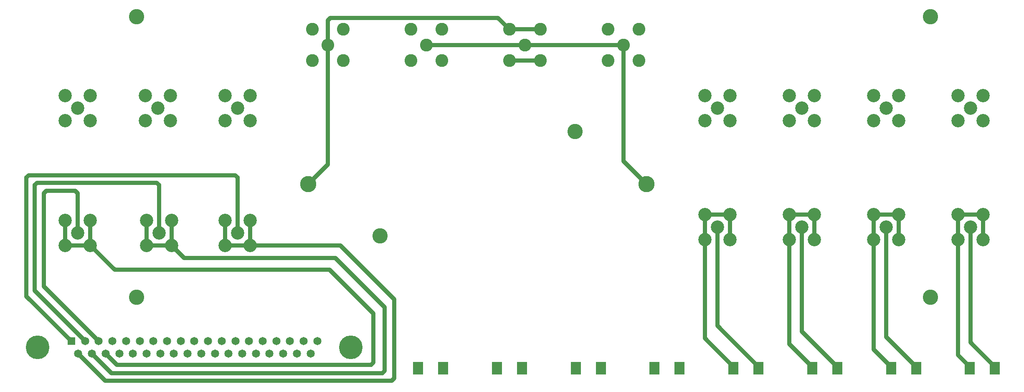
<source format=gtl>
G04*
G04 #@! TF.GenerationSoftware,Altium Limited,Altium Designer,24.1.2 (44)*
G04*
G04 Layer_Physical_Order=1*
G04 Layer_Color=255*
%FSLAX43Y43*%
%MOMM*%
G71*
G04*
G04 #@! TF.SameCoordinates,824917EC-EC0E-457F-9D36-E806AB631C10*
G04*
G04*
G04 #@! TF.FilePolarity,Positive*
G04*
G01*
G75*
%ADD22C,0.854*%
%ADD23C,3.100*%
%ADD24C,3.300*%
%ADD25C,2.700*%
%ADD26C,2.600*%
%ADD27R,1.650X1.650*%
%ADD28C,1.650*%
%ADD29C,4.800*%
%ADD30R,2.000X2.500*%
D22*
X143764Y29464D02*
Y34544D01*
X138684D02*
X143764D01*
X138684Y34544D02*
X138684Y34544D01*
X138684Y29464D02*
Y34544D01*
X160867Y29464D02*
Y34544D01*
X155787D02*
X160867D01*
X155787Y34544D02*
X155787Y34544D01*
X155787Y29464D02*
Y34544D01*
X177969Y29464D02*
Y34544D01*
X172889D02*
X177969D01*
X172889Y34544D02*
X172889Y34544D01*
X172889Y29464D02*
Y34544D01*
X195072Y29464D02*
Y34544D01*
X189992D02*
X195072D01*
X189992Y29464D02*
Y34544D01*
X189992Y34544D01*
X144453Y3429D02*
Y3679D01*
X138684Y9448D02*
Y29464D01*
Y9448D02*
X144453Y3679D01*
X141224Y11988D02*
X149533Y3679D01*
X141224Y11988D02*
Y32004D01*
X149533Y3429D02*
Y3679D01*
X155787Y8330D02*
Y29464D01*
Y8330D02*
X160437Y3679D01*
Y3429D02*
Y3679D01*
X158327Y10870D02*
Y32004D01*
Y10870D02*
X165517Y3679D01*
Y3429D02*
Y3679D01*
X176421Y3429D02*
Y3679D01*
X172889Y7211D02*
Y29464D01*
Y7211D02*
X176421Y3679D01*
X175429Y9751D02*
X181501Y3679D01*
X175429Y9751D02*
Y32004D01*
X181501Y3429D02*
Y3679D01*
X192405Y3429D02*
Y3679D01*
X189992Y6092D02*
Y29464D01*
Y6092D02*
X192405Y3679D01*
X192532Y8632D02*
Y32004D01*
Y8632D02*
X197485Y3679D01*
Y3429D02*
Y3679D01*
X99043Y65811D02*
X105343D01*
X99043Y72111D02*
X105343D01*
X96732Y74422D02*
X99043Y72111D01*
X62730Y74422D02*
X96732D01*
X62230Y73922D02*
X62730Y74422D01*
X62230Y68961D02*
Y73922D01*
X102193Y68961D02*
X122174D01*
X82211D02*
X102193D01*
X122174Y45415D02*
Y68961D01*
Y45415D02*
X126873Y40716D01*
X58242D02*
X62230Y44704D01*
Y68961D01*
X1643Y42545D02*
X43442D01*
X43942Y42045D01*
Y30861D02*
Y42045D01*
X1143D02*
X1643Y42545D01*
X1143Y17996D02*
Y42045D01*
X19460Y4064D02*
X71001D01*
X71501Y4564D01*
X62611Y23368D02*
X71501Y14478D01*
Y4564D02*
Y14478D01*
X17174Y6350D02*
X19460Y4064D01*
X73787Y2913D02*
Y15748D01*
X73287Y2413D02*
X73787Y2913D01*
X14404Y6350D02*
X18341Y2413D01*
X73287D01*
X63754Y25781D02*
X73787Y15748D01*
X75692Y1389D02*
Y17399D01*
X64770Y28321D02*
X75692Y17399D01*
X75192Y889D02*
X75692Y1389D01*
X17095Y889D02*
X75192D01*
X11634Y6350D02*
X17095Y889D01*
X19025Y23368D02*
X62611D01*
X14072Y28321D02*
X19025Y23368D01*
X33071Y25781D02*
X63754D01*
X30531Y28321D02*
X33071Y25781D01*
X46482Y28321D02*
X64770D01*
X1143Y17996D02*
X10249Y8890D01*
X2794Y19115D02*
Y40521D01*
Y19115D02*
X13019Y8890D01*
X4699Y19980D02*
X15789Y8890D01*
X4699Y19980D02*
Y38870D01*
X5199Y39370D02*
X11031D01*
X4699Y38870D02*
X5199Y39370D01*
X11532Y30861D02*
Y38870D01*
X11031Y39370D02*
X11532Y38870D01*
X2794Y40521D02*
X3294Y41021D01*
X27491D01*
X27991Y30861D02*
Y40521D01*
X27491Y41021D02*
X27991Y40521D01*
X8992Y28321D02*
Y33401D01*
X8992Y28321D02*
X8992Y28321D01*
X14072D01*
Y33401D01*
X30531Y28321D02*
X30531Y28321D01*
Y33401D01*
X25451Y28321D02*
X30531D01*
X25451D02*
Y33401D01*
X46482Y28321D02*
X46482Y28321D01*
Y33401D01*
X41402Y28321D02*
X46482D01*
X41402D02*
Y33401D01*
D23*
X23495Y17780D02*
D03*
X184404D02*
D03*
Y74676D02*
D03*
X23495D02*
D03*
X112395Y51435D02*
D03*
X72847Y30226D02*
D03*
D24*
X58242Y40716D02*
D03*
X126873D02*
D03*
D25*
X189992Y53594D02*
D03*
X189992Y58674D02*
D03*
X195072D02*
D03*
Y53594D02*
D03*
X192532Y56134D02*
D03*
X172889Y53594D02*
D03*
X172889Y58674D02*
D03*
X177969D02*
D03*
Y53594D02*
D03*
X175429Y56134D02*
D03*
X155787Y53594D02*
D03*
X155787Y58674D02*
D03*
X160867D02*
D03*
Y53594D02*
D03*
X158327Y56134D02*
D03*
X138684Y53594D02*
D03*
X138684Y58674D02*
D03*
X143764D02*
D03*
Y53594D02*
D03*
X141224Y56134D02*
D03*
X14072Y58674D02*
D03*
X14072Y53594D02*
D03*
X8992D02*
D03*
Y58674D02*
D03*
X11532Y56134D02*
D03*
X25197Y53594D02*
D03*
X25197Y58674D02*
D03*
X30277D02*
D03*
Y53594D02*
D03*
X27737Y56134D02*
D03*
X41402Y53594D02*
D03*
X41402Y58674D02*
D03*
X46482D02*
D03*
Y53594D02*
D03*
X43942Y56134D02*
D03*
X189992Y29464D02*
D03*
X189992Y34544D02*
D03*
X195072D02*
D03*
Y29464D02*
D03*
X192532Y32004D02*
D03*
X172889Y29464D02*
D03*
X172889Y34544D02*
D03*
X177969D02*
D03*
Y29464D02*
D03*
X175429Y32004D02*
D03*
X155787Y29464D02*
D03*
X155787Y34544D02*
D03*
X160867D02*
D03*
Y29464D02*
D03*
X158327Y32004D02*
D03*
X138684Y29464D02*
D03*
X138684Y34544D02*
D03*
X143764D02*
D03*
Y29464D02*
D03*
X141224Y32004D02*
D03*
X46482Y33401D02*
D03*
X46482Y28321D02*
D03*
X41402D02*
D03*
Y33401D02*
D03*
X43942Y30861D02*
D03*
X30531Y33401D02*
D03*
X30531Y28321D02*
D03*
X25451D02*
D03*
Y33401D02*
D03*
X27991Y30861D02*
D03*
X8992Y28321D02*
D03*
X8992Y33401D02*
D03*
X14072D02*
D03*
Y28321D02*
D03*
X11532Y30861D02*
D03*
D26*
X122174Y68961D02*
D03*
X125324Y72111D02*
D03*
Y65811D02*
D03*
X119024D02*
D03*
Y72111D02*
D03*
X82211Y68961D02*
D03*
X85361Y72111D02*
D03*
Y65811D02*
D03*
X79061D02*
D03*
Y72111D02*
D03*
X102193Y68961D02*
D03*
X105343Y72111D02*
D03*
Y65811D02*
D03*
X99043D02*
D03*
Y72111D02*
D03*
X62230Y68961D02*
D03*
X65380Y72111D02*
D03*
Y65811D02*
D03*
X59080D02*
D03*
Y72111D02*
D03*
D27*
X10249Y8890D02*
D03*
D28*
X13019D02*
D03*
X15789D02*
D03*
X18559D02*
D03*
X21329D02*
D03*
X24099D02*
D03*
X26869D02*
D03*
X29639D02*
D03*
X32409D02*
D03*
X35179D02*
D03*
X37949D02*
D03*
X40719D02*
D03*
X43489D02*
D03*
X46259D02*
D03*
X49029D02*
D03*
X51799D02*
D03*
X54569D02*
D03*
X57339D02*
D03*
X60109D02*
D03*
X11634Y6350D02*
D03*
X14404D02*
D03*
X17174D02*
D03*
X19944D02*
D03*
X22714D02*
D03*
X25484D02*
D03*
X28254D02*
D03*
X31024D02*
D03*
X33794D02*
D03*
X36564D02*
D03*
X39334D02*
D03*
X42104D02*
D03*
X44874D02*
D03*
X47644D02*
D03*
X50414D02*
D03*
X53184D02*
D03*
X55954D02*
D03*
X58724D02*
D03*
D29*
X3429Y7620D02*
D03*
X66929D02*
D03*
D30*
X197485Y3429D02*
D03*
X192405D02*
D03*
X133550D02*
D03*
X128470D02*
D03*
X117566D02*
D03*
X112486D02*
D03*
X181501D02*
D03*
X176421D02*
D03*
X101582D02*
D03*
X96502D02*
D03*
X165517D02*
D03*
X160437D02*
D03*
X85598D02*
D03*
X80518D02*
D03*
X149533D02*
D03*
X144453D02*
D03*
M02*

</source>
